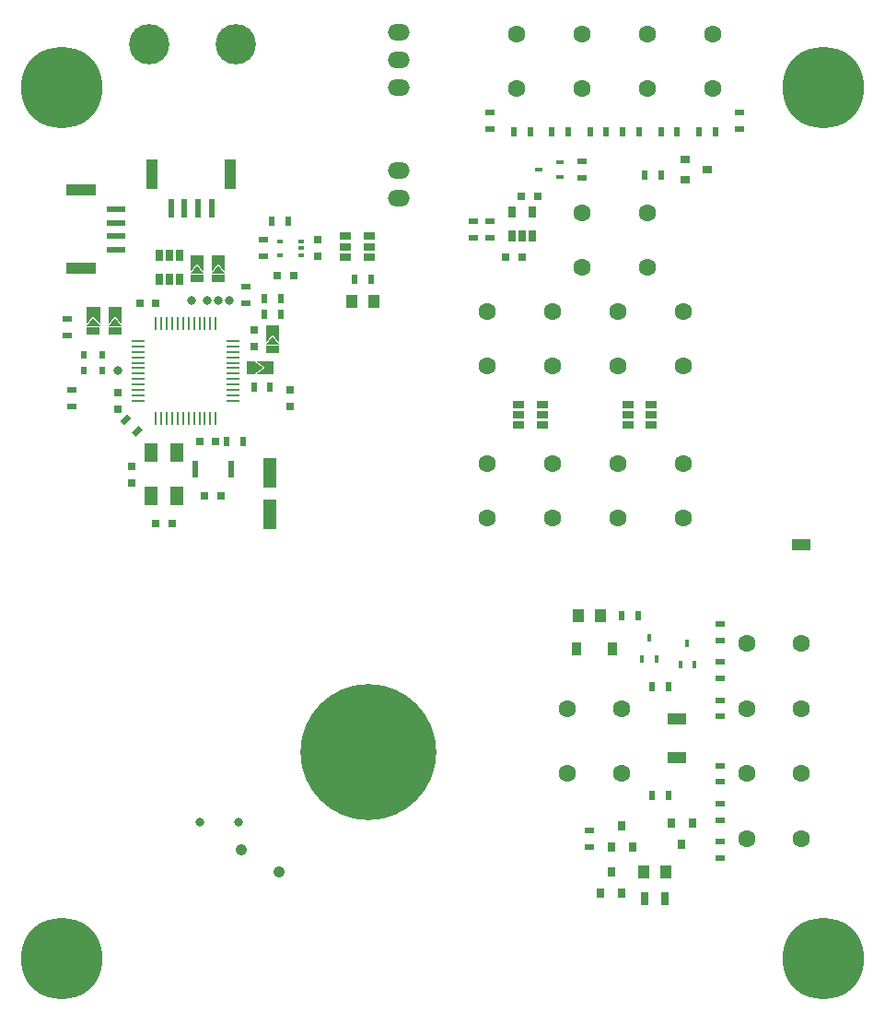
<source format=gts>
G04 #@! TF.GenerationSoftware,KiCad,Pcbnew,(2017-12-21 revision 7586afd53)-makepkg*
G04 #@! TF.CreationDate,2018-10-14T14:18:47-07:00*
G04 #@! TF.ProjectId,fsorx,66736F72782E6B696361645F70636200,rev?*
G04 #@! TF.SameCoordinates,Original*
G04 #@! TF.FileFunction,Soldermask,Top*
G04 #@! TF.FilePolarity,Negative*
%FSLAX46Y46*%
G04 Gerber Fmt 4.6, Leading zero omitted, Abs format (unit mm)*
G04 Created by KiCad (PCBNEW (2017-12-21 revision 7586afd53)-makepkg) date 10/14/18 14:18:47*
%MOMM*%
%LPD*%
G01*
G04 APERTURE LIST*
%ADD10R,0.750000X0.800000*%
%ADD11C,1.600000*%
%ADD12C,1.050000*%
%ADD13R,0.800000X0.750000*%
%ADD14R,1.300000X2.800000*%
%ADD15R,1.000000X1.250000*%
%ADD16R,1.060000X0.650000*%
%ADD17R,0.900000X1.200000*%
%ADD18R,0.600000X1.800000*%
%ADD19R,1.000000X2.800000*%
%ADD20R,2.800000X1.000000*%
%ADD21R,1.800000X0.600000*%
%ADD22R,0.500000X0.900000*%
%ADD23R,0.900000X0.500000*%
%ADD24R,0.900000X0.800000*%
%ADD25R,0.700000X0.450000*%
%ADD26R,0.800000X0.900000*%
%ADD27R,0.450000X0.700000*%
%ADD28C,0.500000*%
%ADD29C,0.100000*%
%ADD30R,0.700000X1.300000*%
%ADD31R,0.550000X1.500000*%
%ADD32R,1.800000X1.000000*%
%ADD33R,0.600000X0.400000*%
%ADD34R,0.650000X1.060000*%
%ADD35R,1.300000X0.250000*%
%ADD36R,0.250000X1.300000*%
%ADD37O,2.000000X1.500000*%
%ADD38R,1.200000X1.800000*%
%ADD39C,0.482000*%
%ADD40R,1.202000X0.802000*%
%ADD41R,0.802000X1.202000*%
%ADD42C,0.800000*%
%ADD43R,0.600000X0.800000*%
%ADD44C,7.500000*%
%ADD45C,12.500000*%
%ADD46C,3.700000*%
G04 APERTURE END LIST*
D10*
X93536467Y-73468265D03*
X93536467Y-71968265D03*
D11*
X129812802Y-53018363D03*
X129812802Y-58018363D03*
D12*
X90000000Y-130000000D03*
D10*
X76400000Y-92750000D03*
X76400000Y-94250000D03*
D13*
X80150000Y-98000000D03*
X78650000Y-98000000D03*
X91286467Y-75218265D03*
X89786467Y-75218265D03*
X78650000Y-77750000D03*
X77150000Y-77750000D03*
D10*
X87650000Y-81750000D03*
X87650000Y-80250000D03*
D14*
X89150000Y-97150000D03*
X89150000Y-93350000D03*
D13*
X82650000Y-90500000D03*
X84150000Y-90500000D03*
D10*
X75150000Y-87500000D03*
X75150000Y-86000000D03*
D13*
X83150000Y-95500000D03*
X84650000Y-95500000D03*
D10*
X91000000Y-85750000D03*
X91000000Y-87250000D03*
D11*
X111812802Y-53018363D03*
X111812802Y-58018363D03*
X123812802Y-53018363D03*
X123812802Y-58018363D03*
X117812802Y-53018363D03*
X117812802Y-58018363D03*
X123812802Y-69518363D03*
X123812802Y-74518363D03*
X117812802Y-69518363D03*
X117812802Y-74518363D03*
D13*
X112312802Y-73518363D03*
X110812802Y-73518363D03*
D11*
X127112802Y-83518363D03*
X127112802Y-78518363D03*
X115112802Y-83518363D03*
X115112802Y-78518363D03*
X121112802Y-97518363D03*
X121112802Y-92518363D03*
X109112802Y-92518363D03*
X109112802Y-97518363D03*
X115112802Y-97518363D03*
X115112802Y-92518363D03*
X127112802Y-92518363D03*
X127112802Y-97518363D03*
X121112802Y-78518363D03*
X121112802Y-83518363D03*
X109112802Y-83518363D03*
X109112802Y-78518363D03*
D15*
X119500000Y-106500000D03*
X117500000Y-106500000D03*
X125500000Y-130000000D03*
X123500000Y-130000000D03*
D11*
X133000000Y-127000000D03*
X138000000Y-127000000D03*
X133000000Y-109000000D03*
X138000000Y-109000000D03*
X138000000Y-121000000D03*
X133000000Y-121000000D03*
X138000000Y-115000000D03*
X133000000Y-115000000D03*
X121500000Y-121000000D03*
X116500000Y-121000000D03*
X116500000Y-115000000D03*
X121500000Y-115000000D03*
D16*
X122012802Y-87068363D03*
X122012802Y-88018363D03*
X122012802Y-88968363D03*
X124212802Y-88968363D03*
X124212802Y-87068363D03*
X124212802Y-88018363D03*
X112012802Y-88018363D03*
X112012802Y-88968363D03*
X112012802Y-87068363D03*
X114212802Y-87068363D03*
X114212802Y-88018363D03*
X114212802Y-88968363D03*
D17*
X120650000Y-109500000D03*
X117350000Y-109500000D03*
D18*
X83775000Y-69100000D03*
X82525000Y-69100000D03*
X81275000Y-69100000D03*
X80025000Y-69100000D03*
D19*
X78300000Y-65900000D03*
X85500000Y-65900000D03*
D20*
X71800000Y-67400000D03*
X71800000Y-74600000D03*
D21*
X75000000Y-72875000D03*
X75000000Y-71625000D03*
X75000000Y-70375000D03*
X75000000Y-69125000D03*
D22*
X85150000Y-90500000D03*
X86650000Y-90500000D03*
D23*
X132312802Y-61768363D03*
X132312802Y-60268363D03*
X109312802Y-60268363D03*
X109312802Y-61768363D03*
D16*
X98264306Y-73529909D03*
X98264306Y-72579909D03*
X98264306Y-71629909D03*
X96064306Y-71629909D03*
X96064306Y-73529909D03*
X96064306Y-72579909D03*
D24*
X129312802Y-65518363D03*
X127312802Y-66468363D03*
X127312802Y-64568363D03*
D25*
X113812802Y-65518363D03*
X115812802Y-64868363D03*
X115812802Y-66168363D03*
D26*
X120500000Y-130000000D03*
X121450000Y-132000000D03*
X119550000Y-132000000D03*
X120550000Y-127750000D03*
X122450000Y-127750000D03*
X121500000Y-125750000D03*
D27*
X123350000Y-110500000D03*
X124650000Y-110500000D03*
X124000000Y-108500000D03*
D26*
X127000000Y-127500000D03*
X126050000Y-125500000D03*
X127950000Y-125500000D03*
D27*
X127500000Y-109000000D03*
X128150000Y-111000000D03*
X126850000Y-111000000D03*
D22*
X88650000Y-77400000D03*
X90150000Y-77400000D03*
D23*
X86900000Y-77750000D03*
X86900000Y-76250000D03*
X88536467Y-71968265D03*
X88536467Y-73468265D03*
D22*
X89286467Y-70218265D03*
X90786467Y-70218265D03*
D28*
X75869670Y-88469670D03*
D29*
G36*
X76364645Y-88328249D02*
X75728249Y-88964645D01*
X75374695Y-88611091D01*
X76011091Y-87974695D01*
X76364645Y-88328249D01*
X76364645Y-88328249D01*
G37*
D28*
X76930330Y-89530330D03*
D29*
G36*
X77425305Y-89388909D02*
X76788909Y-90025305D01*
X76435355Y-89671751D01*
X77071751Y-89035355D01*
X77425305Y-89388909D01*
X77425305Y-89388909D01*
G37*
D22*
X98414306Y-75579909D03*
X96914306Y-75579909D03*
X90150000Y-78800000D03*
X88650000Y-78800000D03*
X87650000Y-85500000D03*
X89150000Y-85500000D03*
X128562802Y-62018363D03*
X130062802Y-62018363D03*
X111562802Y-62018363D03*
X113062802Y-62018363D03*
X125062802Y-62018363D03*
X126562802Y-62018363D03*
X115062802Y-62018363D03*
X116562802Y-62018363D03*
X121562802Y-62018363D03*
X123062802Y-62018363D03*
X125062802Y-66018363D03*
X123562802Y-66018363D03*
D23*
X117812802Y-64768363D03*
X117812802Y-66268363D03*
X109312802Y-70268363D03*
X109312802Y-71768363D03*
X107812802Y-71768363D03*
X107812802Y-70268363D03*
X118500000Y-127750000D03*
X118500000Y-126250000D03*
D22*
X123000000Y-106500000D03*
X121500000Y-106500000D03*
D30*
X125450000Y-132500000D03*
X123550000Y-132500000D03*
D23*
X130500000Y-127250000D03*
X130500000Y-128750000D03*
X130500000Y-107250000D03*
X130500000Y-108750000D03*
X130500000Y-125250000D03*
X130500000Y-123750000D03*
X130500000Y-112250000D03*
X130500000Y-110750000D03*
X130500000Y-120250000D03*
X130500000Y-121750000D03*
X130500000Y-115750000D03*
X130500000Y-114250000D03*
D22*
X125750000Y-123000000D03*
X124250000Y-123000000D03*
X124250000Y-113000000D03*
X125750000Y-113000000D03*
D31*
X85525000Y-93000000D03*
X82275000Y-93000000D03*
D32*
X126500000Y-119500000D03*
X126500000Y-116000000D03*
X138000000Y-100000000D03*
D33*
X91986467Y-73368265D03*
X91986467Y-72718265D03*
X91986467Y-72068265D03*
X90086467Y-72068265D03*
X90086467Y-73368265D03*
D34*
X79900000Y-73400000D03*
X78950000Y-73400000D03*
X80850000Y-73400000D03*
X80850000Y-75600000D03*
X79900000Y-75600000D03*
X78950000Y-75600000D03*
D35*
X77050000Y-86750000D03*
X77050000Y-86250000D03*
X77050000Y-85750000D03*
X77050000Y-85250000D03*
X77050000Y-84750000D03*
X77050000Y-84250000D03*
X77050000Y-83750000D03*
X77050000Y-83250000D03*
X77050000Y-82750000D03*
X77050000Y-82250000D03*
X77050000Y-81750000D03*
X77050000Y-81250000D03*
D36*
X78650000Y-79650000D03*
X79150000Y-79650000D03*
X79650000Y-79650000D03*
X80150000Y-79650000D03*
X80650000Y-79650000D03*
X81150000Y-79650000D03*
X81650000Y-79650000D03*
X82150000Y-79650000D03*
X82650000Y-79650000D03*
X83150000Y-79650000D03*
X83650000Y-79650000D03*
X84150000Y-79650000D03*
D35*
X85750000Y-81250000D03*
X85750000Y-81750000D03*
X85750000Y-82250000D03*
X85750000Y-82750000D03*
X85750000Y-83250000D03*
X85750000Y-83750000D03*
X85750000Y-84250000D03*
X85750000Y-84750000D03*
X85750000Y-85250000D03*
X85750000Y-85750000D03*
X85750000Y-86250000D03*
X85750000Y-86750000D03*
D36*
X84150000Y-88350000D03*
X83650000Y-88350000D03*
X83150000Y-88350000D03*
X82650000Y-88350000D03*
X82150000Y-88350000D03*
X81650000Y-88350000D03*
X81150000Y-88350000D03*
X80650000Y-88350000D03*
X80150000Y-88350000D03*
X79650000Y-88350000D03*
X79150000Y-88350000D03*
X78650000Y-88350000D03*
D37*
X101000000Y-68120000D03*
X101000000Y-65580000D03*
X101000000Y-57960000D03*
X101000000Y-55420000D03*
X101000000Y-52880000D03*
D34*
X111362802Y-69418363D03*
X113262802Y-69418363D03*
X113262802Y-71618363D03*
X112312802Y-71618363D03*
X111362802Y-71618363D03*
D38*
X78200000Y-91500000D03*
X78200000Y-95500000D03*
X80600000Y-95500000D03*
X80600000Y-91500000D03*
D39*
X84400000Y-73740000D03*
D29*
G36*
X84400501Y-74141000D02*
X84399499Y-74141000D01*
X83798001Y-73339000D01*
X85001999Y-73339000D01*
X84400501Y-74141000D01*
X84400501Y-74141000D01*
G37*
D39*
X84700000Y-74140000D03*
D29*
G36*
X85001000Y-74942999D02*
X84399000Y-74140335D01*
X84399000Y-74139665D01*
X85001000Y-73337001D01*
X85001000Y-74942999D01*
X85001000Y-74942999D01*
G37*
D39*
X84100000Y-74140000D03*
D29*
G36*
X84401000Y-74140335D02*
X83799000Y-74942999D01*
X83799000Y-73337001D01*
X84401000Y-74139665D01*
X84401000Y-74140335D01*
X84401000Y-74140335D01*
G37*
D39*
X84400000Y-74700000D03*
D29*
G36*
X85001999Y-75101000D02*
X83798001Y-75101000D01*
X84399499Y-74299000D01*
X84400501Y-74299000D01*
X85001999Y-75101000D01*
X85001999Y-75101000D01*
G37*
D40*
X84400000Y-75500000D03*
D39*
X82400000Y-73740000D03*
D29*
G36*
X82400501Y-74141000D02*
X82399499Y-74141000D01*
X81798001Y-73339000D01*
X83001999Y-73339000D01*
X82400501Y-74141000D01*
X82400501Y-74141000D01*
G37*
D39*
X82700000Y-74140000D03*
D29*
G36*
X83001000Y-74942999D02*
X82399000Y-74140335D01*
X82399000Y-74139665D01*
X83001000Y-73337001D01*
X83001000Y-74942999D01*
X83001000Y-74942999D01*
G37*
D39*
X82100000Y-74140000D03*
D29*
G36*
X82401000Y-74140335D02*
X81799000Y-74942999D01*
X81799000Y-73337001D01*
X82401000Y-74139665D01*
X82401000Y-74140335D01*
X82401000Y-74140335D01*
G37*
D39*
X82400000Y-74700000D03*
D29*
G36*
X83001999Y-75101000D02*
X81798001Y-75101000D01*
X82399499Y-74299000D01*
X82400501Y-74299000D01*
X83001999Y-75101000D01*
X83001999Y-75101000D01*
G37*
D40*
X82400000Y-75500000D03*
X74900000Y-80300000D03*
D39*
X74900000Y-79500000D03*
D29*
G36*
X75501999Y-79901000D02*
X74298001Y-79901000D01*
X74899499Y-79099000D01*
X74900501Y-79099000D01*
X75501999Y-79901000D01*
X75501999Y-79901000D01*
G37*
D39*
X74600000Y-78940000D03*
D29*
G36*
X74901000Y-78940335D02*
X74299000Y-79742999D01*
X74299000Y-78137001D01*
X74901000Y-78939665D01*
X74901000Y-78940335D01*
X74901000Y-78940335D01*
G37*
D39*
X75200000Y-78940000D03*
D29*
G36*
X75501000Y-79742999D02*
X74899000Y-78940335D01*
X74899000Y-78939665D01*
X75501000Y-78137001D01*
X75501000Y-79742999D01*
X75501000Y-79742999D01*
G37*
D39*
X74900000Y-78540000D03*
D29*
G36*
X74900501Y-78941000D02*
X74899499Y-78941000D01*
X74298001Y-78139000D01*
X75501999Y-78139000D01*
X74900501Y-78941000D01*
X74900501Y-78941000D01*
G37*
D40*
X72900000Y-80300000D03*
D39*
X72900000Y-79500000D03*
D29*
G36*
X73501999Y-79901000D02*
X72298001Y-79901000D01*
X72899499Y-79099000D01*
X72900501Y-79099000D01*
X73501999Y-79901000D01*
X73501999Y-79901000D01*
G37*
D39*
X72600000Y-78940000D03*
D29*
G36*
X72901000Y-78940335D02*
X72299000Y-79742999D01*
X72299000Y-78137001D01*
X72901000Y-78939665D01*
X72901000Y-78940335D01*
X72901000Y-78940335D01*
G37*
D39*
X73200000Y-78940000D03*
D29*
G36*
X73501000Y-79742999D02*
X72899000Y-78940335D01*
X72899000Y-78939665D01*
X73501000Y-78137001D01*
X73501000Y-79742999D01*
X73501000Y-79742999D01*
G37*
D39*
X72900000Y-78540000D03*
D29*
G36*
X72900501Y-78941000D02*
X72899499Y-78941000D01*
X72298001Y-78139000D01*
X73501999Y-78139000D01*
X72900501Y-78941000D01*
X72900501Y-78941000D01*
G37*
D39*
X89060000Y-83700000D03*
D29*
G36*
X88659000Y-83700501D02*
X88659000Y-83699499D01*
X89461000Y-83098001D01*
X89461000Y-84301999D01*
X88659000Y-83700501D01*
X88659000Y-83700501D01*
G37*
D39*
X88660000Y-84000000D03*
D29*
G36*
X87857001Y-84301000D02*
X88659665Y-83699000D01*
X88660335Y-83699000D01*
X89462999Y-84301000D01*
X87857001Y-84301000D01*
X87857001Y-84301000D01*
G37*
D39*
X88660000Y-83400000D03*
D29*
G36*
X88659665Y-83701000D02*
X87857001Y-83099000D01*
X89462999Y-83099000D01*
X88660335Y-83701000D01*
X88659665Y-83701000D01*
X88659665Y-83701000D01*
G37*
D39*
X88100000Y-83700000D03*
D29*
G36*
X87699000Y-84301999D02*
X87699000Y-83098001D01*
X88501000Y-83699499D01*
X88501000Y-83700501D01*
X87699000Y-84301999D01*
X87699000Y-84301999D01*
G37*
D41*
X87300000Y-83700000D03*
D40*
X89400000Y-82000000D03*
D39*
X89400000Y-81200000D03*
D29*
G36*
X90001999Y-81601000D02*
X88798001Y-81601000D01*
X89399499Y-80799000D01*
X89400501Y-80799000D01*
X90001999Y-81601000D01*
X90001999Y-81601000D01*
G37*
D39*
X89100000Y-80640000D03*
D29*
G36*
X89401000Y-80640335D02*
X88799000Y-81442999D01*
X88799000Y-79837001D01*
X89401000Y-80639665D01*
X89401000Y-80640335D01*
X89401000Y-80640335D01*
G37*
D39*
X89700000Y-80640000D03*
D29*
G36*
X90001000Y-81442999D02*
X89399000Y-80640335D01*
X89399000Y-80639665D01*
X90001000Y-79837001D01*
X90001000Y-81442999D01*
X90001000Y-81442999D01*
G37*
D39*
X89400000Y-80240000D03*
D29*
G36*
X89400501Y-80641000D02*
X89399499Y-80641000D01*
X88798001Y-79839000D01*
X90001999Y-79839000D01*
X89400501Y-80641000D01*
X89400501Y-80641000D01*
G37*
D22*
X120062802Y-62018363D03*
X118562802Y-62018363D03*
D42*
X86217424Y-125431944D03*
X82717424Y-125431944D03*
D15*
X96664306Y-77579909D03*
X98664306Y-77579909D03*
D42*
X81900000Y-77500000D03*
X85400000Y-77500000D03*
X84400000Y-77500000D03*
X83400000Y-77500000D03*
X75150000Y-84000000D03*
D43*
X73750000Y-82500000D03*
X72050000Y-82500000D03*
X72050000Y-84000000D03*
X73750000Y-84000000D03*
D23*
X70500000Y-79250000D03*
X70500000Y-80750000D03*
X70900000Y-85750000D03*
X70900000Y-87250000D03*
D44*
X70000000Y-138000000D03*
X70000000Y-58000000D03*
X140000000Y-58000000D03*
X140000000Y-138000000D03*
D45*
X98200000Y-119000000D03*
D12*
X86500000Y-128000000D03*
D13*
X112262802Y-67918363D03*
X113762802Y-67918363D03*
D46*
X78000000Y-54000000D03*
X86000000Y-54000000D03*
M02*

</source>
